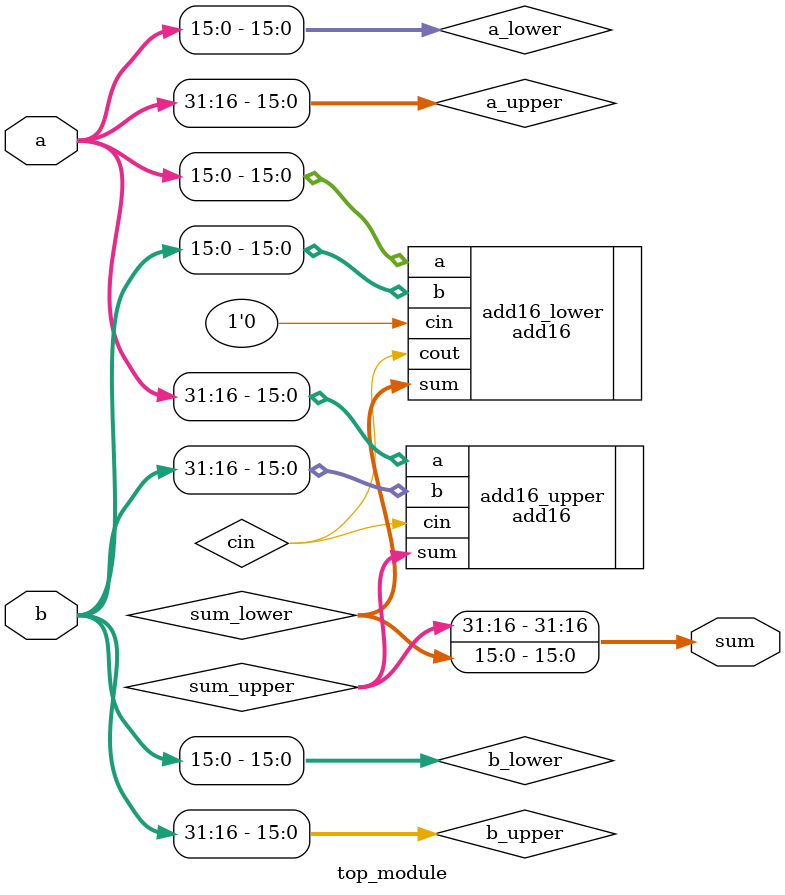
<source format=v>
module top_module(
    input [31:0] a,
    input [31:0] b,
    output [31:0] sum
);
    
    wire [31:16] a_upper;
    wire [15:0] a_lower;
    wire [31:16] b_upper;
    wire [15:0] b_lower;
    wire [31:16] sum_upper;
    wire [15:0] sum_lower;
    wire cin;
    
    assign a_upper = a[31:16];
    assign a_lower = a[15:0];
    assign b_upper = b[31:16];
    assign b_lower = b[15:0];
    
    add16 add16_lower(
        .a(a_lower),
        .b(b_lower),
        .cin(1'b0),
        .sum(sum_lower),
        .cout(cin)
    );
    
     add16 add16_upper(
         .a(a_upper),
         .b(b_upper),
         .cin(cin),
         .sum(sum_upper)
    ); 
    
    assign sum = {sum_upper, sum_lower};

endmodule

</source>
